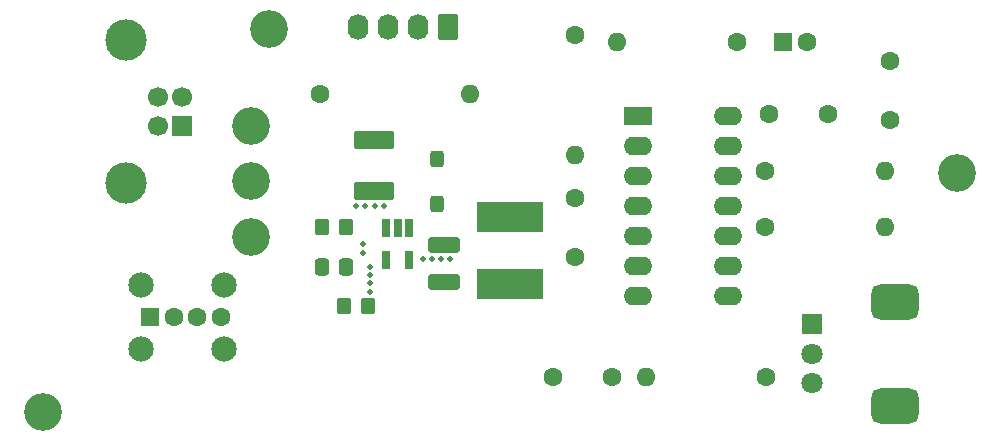
<source format=gts>
G04 #@! TF.GenerationSoftware,KiCad,Pcbnew,7.0.1*
G04 #@! TF.CreationDate,2023-04-11T23:39:33+02:00*
G04 #@! TF.ProjectId,Usb Fume Extractor,55736220-4675-46d6-9520-457874726163,1.1*
G04 #@! TF.SameCoordinates,Original*
G04 #@! TF.FileFunction,Soldermask,Top*
G04 #@! TF.FilePolarity,Negative*
%FSLAX46Y46*%
G04 Gerber Fmt 4.6, Leading zero omitted, Abs format (unit mm)*
G04 Created by KiCad (PCBNEW 7.0.1) date 2023-04-11 23:39:33*
%MOMM*%
%LPD*%
G01*
G04 APERTURE LIST*
G04 Aperture macros list*
%AMRoundRect*
0 Rectangle with rounded corners*
0 $1 Rounding radius*
0 $2 $3 $4 $5 $6 $7 $8 $9 X,Y pos of 4 corners*
0 Add a 4 corners polygon primitive as box body*
4,1,4,$2,$3,$4,$5,$6,$7,$8,$9,$2,$3,0*
0 Add four circle primitives for the rounded corners*
1,1,$1+$1,$2,$3*
1,1,$1+$1,$4,$5*
1,1,$1+$1,$6,$7*
1,1,$1+$1,$8,$9*
0 Add four rect primitives between the rounded corners*
20,1,$1+$1,$2,$3,$4,$5,0*
20,1,$1+$1,$4,$5,$6,$7,0*
20,1,$1+$1,$6,$7,$8,$9,0*
20,1,$1+$1,$8,$9,$2,$3,0*%
G04 Aperture macros list end*
%ADD10C,1.600000*%
%ADD11O,1.600000X1.600000*%
%ADD12R,1.700000X1.700000*%
%ADD13C,1.700000*%
%ADD14C,3.500000*%
%ADD15R,2.400000X1.600000*%
%ADD16O,2.400000X1.600000*%
%ADD17RoundRect,0.250000X0.620000X0.845000X-0.620000X0.845000X-0.620000X-0.845000X0.620000X-0.845000X0*%
%ADD18O,1.740000X2.190000*%
%ADD19C,3.200000*%
%ADD20R,1.600000X1.600000*%
%ADD21C,2.150000*%
%ADD22R,1.800000X1.800000*%
%ADD23C,1.800000*%
%ADD24RoundRect,0.750000X-1.250000X-0.750000X1.250000X-0.750000X1.250000X0.750000X-1.250000X0.750000X0*%
%ADD25RoundRect,0.300000X-0.300000X0.400000X-0.300000X-0.400000X0.300000X-0.400000X0.300000X0.400000X0*%
%ADD26R,0.650000X1.560000*%
%ADD27R,5.700000X2.600000*%
%ADD28RoundRect,0.250000X0.350000X0.450000X-0.350000X0.450000X-0.350000X-0.450000X0.350000X-0.450000X0*%
%ADD29RoundRect,0.250000X0.337500X0.475000X-0.337500X0.475000X-0.337500X-0.475000X0.337500X-0.475000X0*%
%ADD30RoundRect,0.250000X1.100000X-0.412500X1.100000X0.412500X-1.100000X0.412500X-1.100000X-0.412500X0*%
%ADD31RoundRect,0.250000X-1.450000X0.537500X-1.450000X-0.537500X1.450000X-0.537500X1.450000X0.537500X0*%
%ADD32C,0.500000*%
G04 APERTURE END LIST*
D10*
X134925000Y-80600000D03*
D11*
X145085000Y-80600000D03*
D10*
X134925000Y-75800000D03*
D11*
X145085000Y-75800000D03*
D12*
X85577500Y-72050000D03*
D13*
X85577500Y-69550000D03*
X83577500Y-69550000D03*
X83577500Y-72050000D03*
D14*
X80867500Y-76820000D03*
X80867500Y-64780000D03*
D15*
X124185000Y-71160000D03*
D16*
X124185000Y-73700000D03*
X124185000Y-76240000D03*
X124185000Y-78780000D03*
X124185000Y-81320000D03*
X124185000Y-83860000D03*
X124185000Y-86400000D03*
X131805000Y-86400000D03*
X131805000Y-83860000D03*
X131805000Y-81320000D03*
X131805000Y-78780000D03*
X131805000Y-76240000D03*
X131805000Y-73700000D03*
X131805000Y-71160000D03*
D17*
X108080000Y-63650000D03*
D18*
X105540000Y-63650000D03*
X103000000Y-63650000D03*
X100460000Y-63650000D03*
D19*
X73800000Y-96200000D03*
D20*
X82890000Y-88200000D03*
D10*
X84890000Y-88200000D03*
X86890000Y-88200000D03*
X88890000Y-88200000D03*
D21*
X82160000Y-85480000D03*
X82160000Y-90920000D03*
X89160000Y-85480000D03*
X89160000Y-90920000D03*
D10*
X145505000Y-71500000D03*
X145505000Y-66500000D03*
D19*
X151200000Y-76000000D03*
D10*
X97300000Y-69300000D03*
D11*
X110000000Y-69300000D03*
D22*
X138950000Y-88800000D03*
D23*
X138950000Y-91300000D03*
X138950000Y-93800000D03*
D24*
X145950000Y-86900000D03*
X145950000Y-95700000D03*
D10*
X118880000Y-83085000D03*
X118880000Y-78085000D03*
D20*
X136505000Y-64900000D03*
D10*
X138505000Y-64900000D03*
D19*
X91400000Y-81400000D03*
X91400000Y-76700000D03*
X91400000Y-72000000D03*
D10*
X118905000Y-64340000D03*
D11*
X118905000Y-74500000D03*
D19*
X93000000Y-63800000D03*
D25*
X107200000Y-74850000D03*
X107200000Y-78650000D03*
D10*
X117000000Y-93300000D03*
X122000000Y-93300000D03*
D26*
X104800000Y-80650000D03*
X103850000Y-80650000D03*
X102900000Y-80650000D03*
X102900000Y-83350000D03*
X104800000Y-83350000D03*
D10*
X135080000Y-93300000D03*
D11*
X124920000Y-93300000D03*
D27*
X113400000Y-85400000D03*
X113400000Y-79700000D03*
D10*
X132565000Y-64900000D03*
D11*
X122405000Y-64900000D03*
D28*
X101300000Y-87300000D03*
X99300000Y-87300000D03*
X99450000Y-80600000D03*
X97450000Y-80600000D03*
D29*
X99487500Y-84000000D03*
X97412500Y-84000000D03*
D30*
X107800000Y-85262500D03*
X107800000Y-82137500D03*
D31*
X101860000Y-73212500D03*
X101860000Y-77487500D03*
D10*
X135305000Y-70985000D03*
X140305000Y-70985000D03*
D32*
X101550000Y-84650000D03*
X100310000Y-78800000D03*
X101100000Y-78800000D03*
X106750000Y-83300000D03*
X108250000Y-83300000D03*
X101550000Y-83950000D03*
X101900000Y-78800000D03*
X107500000Y-83300000D03*
X101550000Y-85350000D03*
X100900000Y-82050000D03*
X100900000Y-82750000D03*
X106000000Y-83300000D03*
X102700000Y-78800000D03*
X101550000Y-86050000D03*
M02*

</source>
